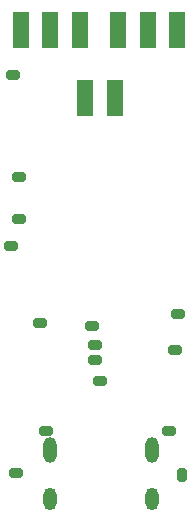
<source format=gbs>
G04*
G04 #@! TF.GenerationSoftware,Altium Limited,Altium Designer,24.6.1 (21)*
G04*
G04 Layer_Color=16711935*
%FSLAX25Y25*%
%MOIN*%
G70*
G04*
G04 #@! TF.SameCoordinates,1986151C-97A1-4A67-A93D-4D8E7053BCD9*
G04*
G04*
G04 #@! TF.FilePolarity,Negative*
G04*
G01*
G75*
G04:AMPARAMS|DCode=60|XSize=35.91mil|YSize=45.91mil|CornerRadius=0mil|HoleSize=0mil|Usage=FLASHONLY|Rotation=180.000|XOffset=0mil|YOffset=0mil|HoleType=Round|Shape=Octagon|*
%AMOCTAGOND60*
4,1,8,0.00898,-0.02295,-0.00898,-0.02295,-0.01795,-0.01398,-0.01795,0.01398,-0.00898,0.02295,0.00898,0.02295,0.01795,0.01398,0.01795,-0.01398,0.00898,-0.02295,0.0*
%
%ADD60OCTAGOND60*%

%ADD62O,0.04337X0.08668*%
%ADD63O,0.04337X0.07487*%
G04:AMPARAMS|DCode=79|XSize=35.91mil|YSize=45.91mil|CornerRadius=0mil|HoleSize=0mil|Usage=FLASHONLY|Rotation=90.000|XOffset=0mil|YOffset=0mil|HoleType=Round|Shape=Octagon|*
%AMOCTAGOND79*
4,1,8,-0.02295,-0.00898,-0.02295,0.00898,-0.01398,0.01795,0.01398,0.01795,0.02295,0.00898,0.02295,-0.00898,0.01398,-0.01795,-0.01398,-0.01795,-0.02295,-0.00898,0.0*
%
%ADD79OCTAGOND79*%

%ADD80R,0.05512X0.12402*%
D60*
X71843Y28657D02*
D03*
D62*
X27992Y37037D02*
D03*
X62008D02*
D03*
D63*
X27992Y20699D02*
D03*
X62008D02*
D03*
D79*
X17500Y128000D02*
D03*
X67500Y43500D02*
D03*
X26500D02*
D03*
X17500Y114000D02*
D03*
X15000Y105000D02*
D03*
X15500Y162000D02*
D03*
X16500Y29500D02*
D03*
X42000Y78500D02*
D03*
X42750Y72000D02*
D03*
X44500Y60000D02*
D03*
X69500Y70500D02*
D03*
X24500Y79500D02*
D03*
X70500Y82500D02*
D03*
X43000Y67000D02*
D03*
D80*
X70342Y177000D02*
D03*
X60500D02*
D03*
X50657D02*
D03*
X39579Y154500D02*
D03*
X49421D02*
D03*
X18158Y177000D02*
D03*
X28000D02*
D03*
X37843D02*
D03*
M02*

</source>
